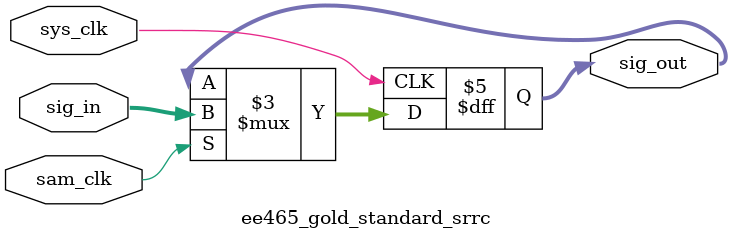
<source format=v>
module ee465_gold_standard_srrc(
			input sys_clk, //system clock
			input sam_clk, //sampling clock
			input signed [17:0]sig_in, //upsampled input value 1s17
			output reg signed [17:0]sig_out //output of filter 1s17
			);


	always@ (posedge sys_clk)
		if (sam_clk == 1'b1)
			sig_out <= sig_in;

endmodule

</source>
